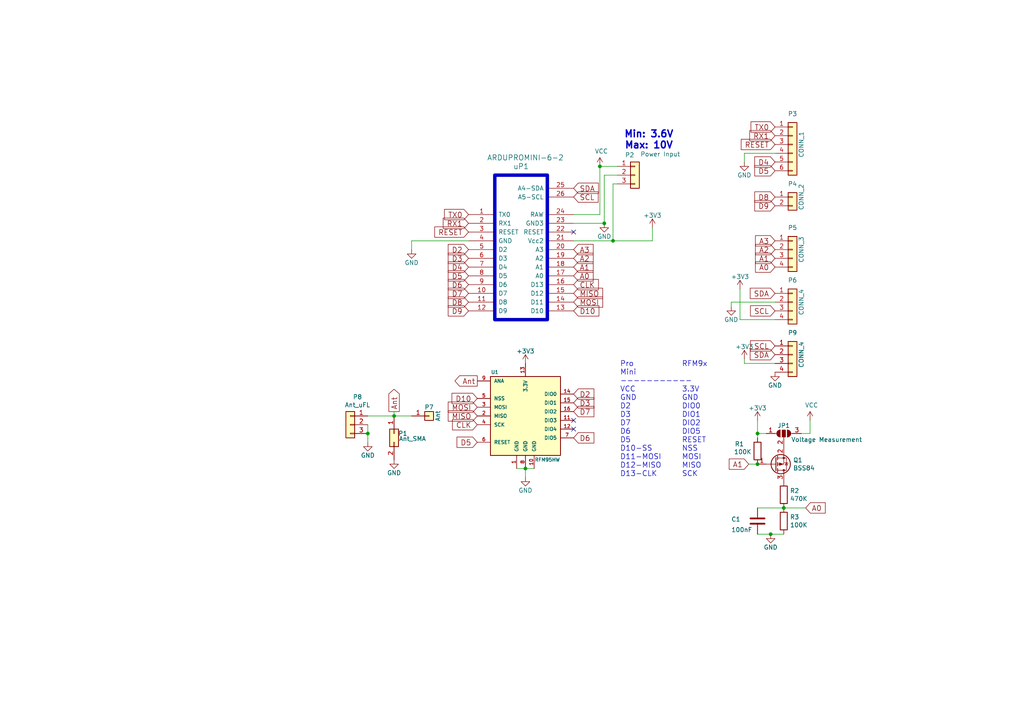
<source format=kicad_sch>
(kicad_sch (version 20231120) (generator "eeschema") (generator_version "8.0")
  (paper "A4")
  (title_block (title "ProMini LoRaWAN Node") (date "2024-03-13") (rev "0.1") (company "MakerSpace Azerbaijan LLC") (comment 1 "@azerimaker") (comment 2 "@makerspace.az"))
  (lib_symbols
    (symbol "Connector_Generic:Conn_01x01" (pin_names (offset 1.016) hide)
      (property "Reference" "J" (at 0 2.54 0))
      (property "Value" "Conn_01x01" (at 0 -2.54 0))
      (symbol "Conn_01x01_1_1"
        (rectangle (start -1.27 0.127) (end 0 -0.127) (stroke (width 0.1524)))
        (rectangle (start -1.27 1.27) (end 1.27 -1.27) (stroke (width 0.254)) (fill (type background)))
        (pin passive line (at -5.08 0 0) (length 3.81) (name "Pin_1") (number "1"))
      )
    )
    (symbol "Connector_Generic:Conn_01x02" (pin_names (offset 1.016) hide)
      (property "Reference" "J" (at 0 2.54 0))
      (property "Value" "Conn_01x02" (at 0 -5.08 0))
      (symbol "Conn_01x02_1_1"
        (rectangle (start -1.27 -2.413) (end 0 -2.667) (stroke (width 0.1524)))
        (rectangle (start -1.27 0.127) (end 0 -0.127) (stroke (width 0.1524)))
        (rectangle (start -1.27 1.27) (end 1.27 -3.81) (stroke (width 0.254)) (fill (type background)))
        (pin passive line (at -5.08 0 0) (length 3.81) (name "Pin_1") (number "1"))
        (pin passive line (at -5.08 -2.54 0) (length 3.81) (name "Pin_2") (number "2"))
      )
    )
    (symbol "Connector_Generic:Conn_01x03" (pin_names (offset 1.016) hide)
      (property "Reference" "J" (at 0 5.08 0))
      (property "Value" "Conn_01x03" (at 0 -5.08 0))
      (symbol "Conn_01x03_1_1"
        (rectangle (start -1.27 -2.413) (end 0 -2.667) (stroke (width 0.1524)))
        (rectangle (start -1.27 0.127) (end 0 -0.127) (stroke (width 0.1524)))
        (rectangle (start -1.27 2.667) (end 0 2.413) (stroke (width 0.1524)))
        (rectangle (start -1.27 3.81) (end 1.27 -3.81) (stroke (width 0.254)) (fill (type background)))
        (pin passive line (at -5.08 2.54 0) (length 3.81) (name "Pin_1") (number "1"))
        (pin passive line (at -5.08 0 0) (length 3.81) (name "Pin_2") (number "2"))
        (pin passive line (at -5.08 -2.54 0) (length 3.81) (name "Pin_3") (number "3"))
      )
    )
    (symbol "Connector_Generic:Conn_01x04" (pin_names (offset 1.016) hide)
      (property "Reference" "J" (at 0 5.08 0))
      (property "Value" "Conn_01x04" (at 0 -7.62 0))
      (symbol "Conn_01x04_1_1"
        (rectangle (start -1.27 -4.953) (end 0 -5.207) (stroke (width 0.1524)))
        (rectangle (start -1.27 -2.413) (end 0 -2.667) (stroke (width 0.1524)))
        (rectangle (start -1.27 0.127) (end 0 -0.127) (stroke (width 0.1524)))
        (rectangle (start -1.27 2.667) (end 0 2.413) (stroke (width 0.1524)))
        (rectangle (start -1.27 3.81) (end 1.27 -6.35) (stroke (width 0.254)) (fill (type background)))
        (pin passive line (at -5.08 2.54 0) (length 3.81) (name "Pin_1") (number "1"))
        (pin passive line (at -5.08 0 0) (length 3.81) (name "Pin_2") (number "2"))
        (pin passive line (at -5.08 -2.54 0) (length 3.81) (name "Pin_3") (number "3"))
        (pin passive line (at -5.08 -5.08 0) (length 3.81) (name "Pin_4") (number "4"))
      )
    )
    (symbol "Connector_Generic:Conn_01x06" (pin_names (offset 1.016) hide)
      (property "Reference" "J" (at 0 7.62 0))
      (property "Value" "Conn_01x06" (at 0 -10.16 0))
      (symbol "Conn_01x06_1_1"
        (rectangle (start -1.27 -7.493) (end 0 -7.747) (stroke (width 0.1524)))
        (rectangle (start -1.27 -4.953) (end 0 -5.207) (stroke (width 0.1524)))
        (rectangle (start -1.27 -2.413) (end 0 -2.667) (stroke (width 0.1524)))
        (rectangle (start -1.27 0.127) (end 0 -0.127) (stroke (width 0.1524)))
        (rectangle (start -1.27 2.667) (end 0 2.413) (stroke (width 0.1524)))
        (rectangle (start -1.27 5.207) (end 0 4.953) (stroke (width 0.1524)))
        (rectangle (start -1.27 6.35) (end 1.27 -8.89) (stroke (width 0.254)) (fill (type background)))
        (pin passive line (at -5.08 5.08 0) (length 3.81) (name "Pin_1") (number "1"))
        (pin passive line (at -5.08 2.54 0) (length 3.81) (name "Pin_2") (number "2"))
        (pin passive line (at -5.08 0 0) (length 3.81) (name "Pin_3") (number "3"))
        (pin passive line (at -5.08 -2.54 0) (length 3.81) (name "Pin_4") (number "4"))
        (pin passive line (at -5.08 -5.08 0) (length 3.81) (name "Pin_5") (number "5"))
        (pin passive line (at -5.08 -7.62 0) (length 3.81) (name "Pin_6") (number "6"))
      )
    )
    (symbol "Connector_Generic:Conn_02x01" (pin_names (offset 1.016) hide)
      (property "Reference" "J" (at 1.27 2.54 0))
      (property "Value" "Conn_02x01" (at 1.27 -2.54 0))
      (symbol "Conn_02x01_1_1"
        (rectangle (start -1.27 0.127) (end 0 -0.127) (stroke (width 0.1524)))
        (rectangle (start -1.27 1.27) (end 3.81 -1.27) (stroke (width 0.254)) (fill (type background)))
        (rectangle (start 3.81 0.127) (end 2.54 -0.127) (stroke (width 0.1524)))
        (pin passive line (at -5.08 0 0) (length 3.81) (name "Pin_1") (number "1"))
        (pin passive line (at 7.62 0 180) (length 3.81) (name "Pin_2") (number "2"))
      )
    )
    (symbol "Device:C" (pin_numbers hide) (pin_names (offset 0.254))
      (property "Reference" "C" (at 0.635 2.54 0))
      (property "Value" "C" (at 0.635 -2.54 0))
      (symbol "C_0_1"
        (polyline (pts (xy -2.032 -0.762) (xy 2.032 -0.762)) (stroke (width 0.508)))
        (polyline (pts (xy -2.032 0.762) (xy 2.032 0.762)) (stroke (width 0.508)))
      )
      (symbol "C_1_1"
        (pin passive line (at 0 3.81 270) (length 2.794) (name "~") (number "1"))
        (pin passive line (at 0 -3.81 90) (length 2.794) (name "~") (number "2"))
      )
    )
    (symbol "Device:R" (pin_numbers hide) (pin_names (offset 0))
      (property "Reference" "R" (at 2.032 0 90))
      (property "Value" "R" (at 0 0 90))
      (symbol "R_0_1"
        (rectangle (start -1.016 -2.54) (end 1.016 2.54) (stroke (width 0.254)))
      )
      (symbol "R_1_1"
        (pin passive line (at 0 3.81 270) (length 1.27) (name "~") (number "1"))
        (pin passive line (at 0 -3.81 90) (length 1.27) (name "~") (number "2"))
      )
    )
    (symbol "ProMini-Node-v1.0-50x50-rescue:+3.3V-power" (power) (pin_names (offset 0))
      (property "Value" "+3.3V-power" (at 0 3.556 0))
      (symbol "+3.3V-power_0_1"
        (polyline (pts (xy -0.762 1.27) (xy 0 2.54)))
        (polyline (pts (xy 0 0) (xy 0 2.54)))
        (polyline (pts (xy 0 2.54) (xy 0.762 1.27)))
      )
      (symbol "+3.3V-power_1_1"
        (pin power_in line (at 0 0 90) (length 0) hide (name "+3V3") (number "1"))
      )
    )
    (symbol "ProMini-Node-v1.0-50x50-rescue:ARDUPROMINI-6-2-RESCUE-learn1-ProMini-LoRa-WAN-node-rescue" (pin_names (offset 1.016))
      (property "Reference" "uP" (at -19.05 -17.78 0))
      (property "Value" "ProMini-LoRa-WAN-node-rescue_ARDUPROMINI-6-2-RESCUE-learn1" (at -16.51 -15.24 0))
      (symbol "ARDUPROMINI-6-2-RESCUE-learn1-ProMini-LoRa-WAN-node-rescue_1_1"
        (pin bidirectional line (at -30.48 -27.94 0) (length 7.62) (name "TX0") (number "1"))
        (pin bidirectional line (at -30.48 -50.8 0) (length 7.62) (name "D7") (number "10"))
        (pin bidirectional line (at -30.48 -53.34 0) (length 7.62) (name "D8") (number "11"))
        (pin bidirectional line (at -30.48 -55.88 0) (length 7.62) (name "D9") (number "12"))
        (pin bidirectional line (at 0 -55.88 180) (length 7.62) (name "D10") (number "13"))
        (pin bidirectional line (at 0 -53.34 180) (length 7.62) (name "D11") (number "14"))
        (pin input line (at 0 -50.8 180) (length 7.62) (name "D12") (number "15"))
        (pin bidirectional line (at 0 -48.26 180) (length 7.62) (name "D13") (number "16"))
        (pin bidirectional line (at 0 -45.72 180) (length 7.62) (name "A0") (number "17"))
        (pin bidirectional line (at 0 -43.18 180) (length 7.62) (name "A1") (number "18"))
        (pin bidirectional line (at 0 -40.64 180) (length 7.62) (name "A2") (number "19"))
        (pin bidirectional line (at -30.48 -30.48 0) (length 7.62) (name "RX1") (number "2"))
        (pin bidirectional line (at 0 -38.1 180) (length 7.62) (name "A3") (number "20"))
        (pin unspecified line (at 0 -35.56 180) (length 7.62) (name "Vcc2") (number "21"))
        (pin input line (at 0 -33.02 180) (length 7.62) (name "RESET") (number "22"))
        (pin unspecified line (at 0 -30.48 180) (length 7.62) (name "GND3") (number "23"))
        (pin unspecified line (at 0 -27.94 180) (length 7.62) (name "RAW") (number "24"))
        (pin unspecified line (at 0 -20.32 180) (length 7.62) (name "A4-SDA") (number "25"))
        (pin unspecified line (at 0 -22.86 180) (length 7.62) (name "A5-SCL") (number "26"))
        (pin input line (at -30.48 -33.02 0) (length 7.62) (name "RESET") (number "3"))
        (pin unspecified line (at -30.48 -35.56 0) (length 7.62) (name "GND") (number "4"))
        (pin bidirectional line (at -30.48 -38.1 0) (length 7.62) (name "D2") (number "5"))
        (pin bidirectional line (at -30.48 -40.64 0) (length 7.62) (name "D3") (number "6"))
        (pin bidirectional line (at -30.48 -43.18 0) (length 7.62) (name "D4") (number "7"))
        (pin bidirectional line (at -30.48 -45.72 0) (length 7.62) (name "D5") (number "8"))
        (pin bidirectional line (at -30.48 -48.26 0) (length 7.62) (name "D6") (number "9"))
      )
    )
    (symbol "ProMini-Node-v1.0-50x50-rescue:RFM95HW-mySensors_radios" (pin_names (offset 1.016))
      (property "Reference" "U" (at -8.89 6.35 0))
      (property "Value" "mySensors_radios_RFM95HW" (at 6.35 -19.05 0))
      (symbol "RFM95HW-mySensors_radios_0_1"
        (rectangle (start -10.16 5.08) (end 10.16 -17.78) (stroke (width 0.254)) (fill (type background)))
      )
      (symbol "RFM95HW-mySensors_radios_1_1"
        (pin power_in line (at -2.54 -21.59 90) (length 3.81) (name "GND") (number "1"))
        (pin power_in line (at 2.54 -21.59 90) (length 3.81) (name "GND") (number "10"))
        (pin bidirectional line (at 13.97 -7.62 180) (length 3.81) (name "DIO3") (number "11"))
        (pin bidirectional line (at 13.97 -10.16 180) (length 3.81) (name "DIO4") (number "12"))
        (pin power_in line (at 0 8.89 270) (length 3.81) (name "3.3V") (number "13"))
        (pin bidirectional line (at 13.97 0 180) (length 3.81) (name "DIO0") (number "14"))
        (pin bidirectional line (at 13.97 -2.54 180) (length 3.81) (name "DIO1") (number "15"))
        (pin bidirectional line (at 13.97 -5.08 180) (length 3.81) (name "DIO2") (number "16"))
        (pin tri_state line (at -13.97 -6.35 0) (length 3.81) (name "MISO") (number "2"))
        (pin input line (at -13.97 -3.81 0) (length 3.81) (name "MOSI") (number "3"))
        (pin input line (at -13.97 -8.89 0) (length 3.81) (name "SCK") (number "4"))
        (pin input line (at -13.97 -1.27 0) (length 3.81) (name "NSS") (number "5"))
        (pin bidirectional line (at -13.97 -13.97 0) (length 3.81) (name "RESET") (number "6"))
        (pin bidirectional line (at 13.97 -12.7 180) (length 3.81) (name "DIO5") (number "7"))
        (pin power_in line (at 0 -21.59 90) (length 3.81) (name "GND") (number "8"))
        (pin passive line (at -13.97 3.81 0) (length 3.81) (name "ANA") (number "9"))
      )
    )
    (symbol "ProMini-Node-v1.0-50x50-rescue:SolderJumper_3_Open-Jumper" (pin_names (offset 0) hide)
      (property "Reference" "JP" (at -2.54 -2.54 0))
      (property "Value" "Jumper_SolderJumper_3_Open" (at 0 2.794 0))
      (symbol "SolderJumper_3_Open-Jumper_0_1"
        (arc (start -1.016 1.016) (mid -2.0276 0) (end -1.016 -1.016))
        (arc (start -1.016 1.016) (mid -2.0276 0) (end -1.016 -1.016) (fill (type outline)))
        (rectangle (start -0.508 1.016) (end 0.508 -1.016) (fill (type outline)))
        (polyline (pts (xy -2.54 0) (xy -2.032 0)))
        (polyline (pts (xy -1.016 1.016) (xy -1.016 -1.016)))
        (polyline (pts (xy 0 -1.27) (xy 0 -1.016)))
        (polyline (pts (xy 1.016 1.016) (xy 1.016 -1.016)))
        (polyline (pts (xy 2.54 0) (xy 2.032 0)))
        (arc (start 1.016 -1.016) (mid 2.0276 0) (end 1.016 1.016))
        (arc (start 1.016 -1.016) (mid 2.0276 0) (end 1.016 1.016) (fill (type outline)))
      )
      (symbol "SolderJumper_3_Open-Jumper_1_1"
        (pin passive line (at -5.08 0 0) (length 2.54) (name "A") (number "1"))
        (pin input line (at 0 -3.81 90) (length 2.54) (name "C") (number "2"))
        (pin passive line (at 5.08 0 180) (length 2.54) (name "B") (number "3"))
      )
    )
    (symbol "Transistor_FET:BSS84" (pin_names hide)
      (property "Reference" "Q" (at 5.08 1.905 0))
      (property "Value" "BSS84" (at 5.08 0 0))
      (symbol "BSS84_0_1"
        (polyline (pts (xy 0.254 0) (xy -2.54 0)))
        (polyline (pts (xy 0.254 1.905) (xy 0.254 -1.905)) (stroke (width 0.254)))
        (polyline (pts (xy 0.762 -1.27) (xy 0.762 -2.286)) (stroke (width 0.254)))
        (polyline (pts (xy 0.762 0.508) (xy 0.762 -0.508)) (stroke (width 0.254)))
        (polyline (pts (xy 0.762 2.286) (xy 0.762 1.27)) (stroke (width 0.254)))
        (polyline (pts (xy 2.54 2.54) (xy 2.54 1.778)))
        (polyline (pts (xy 2.54 -2.54) (xy 2.54 0) (xy 0.762 0)))
        (polyline (pts (xy 0.762 1.778) (xy 3.302 1.778) (xy 3.302 -1.778) (xy 0.762 -1.778)))
        (polyline (pts (xy 2.286 0) (xy 1.27 0.381) (xy 1.27 -0.381) (xy 2.286 0)) (fill (type outline)))
        (polyline (pts (xy 2.794 -0.508) (xy 2.921 -0.381) (xy 3.683 -0.381) (xy 3.81 -0.254)))
        (polyline (pts (xy 3.302 -0.381) (xy 2.921 0.254) (xy 3.683 0.254) (xy 3.302 -0.381)))
        (circle (center 1.651 0) (radius 2.794) (stroke (width 0.254)))
        (circle (center 2.54 -1.778) (radius 0.254) (fill (type outline)))
        (circle (center 2.54 1.778) (radius 0.254) (fill (type outline)))
      )
      (symbol "BSS84_1_1"
        (pin input line (at -5.08 0 0) (length 2.54) (name "G") (number "1"))
        (pin passive line (at 2.54 -5.08 90) (length 2.54) (name "S") (number "2"))
        (pin passive line (at 2.54 5.08 270) (length 2.54) (name "D") (number "3"))
      )
    )
    (symbol "power:GND" (power) (pin_names (offset 0))
      (property "Value" "GND" (at 0 -3.81 0))
      (symbol "GND_0_1"
        (polyline (pts (xy 0 0) (xy 0 -1.27) (xy 1.27 -1.27) (xy 0 -2.54) (xy -1.27 -1.27) (xy 0 -1.27)))
      )
      (symbol "GND_1_1"
        (pin power_in line (at 0 0 270) (length 0) hide (name "GND") (number "1"))
      )
    )
    (symbol "power:VCC" (power) (pin_names (offset 0))
      (property "Value" "VCC" (at 0 3.81 0))
      (symbol "VCC_0_1"
        (polyline (pts (xy -0.762 1.27) (xy 0 2.54)))
        (polyline (pts (xy 0 0) (xy 0 2.54)))
        (polyline (pts (xy 0 2.54) (xy 0.762 1.27)))
      )
      (symbol "VCC_1_1"
        (pin power_in line (at 0 0 90) (length 0) hide (name "VCC") (number "1"))
      )
    )
  )
  (junction (at 219.71 125.73))
  (junction (at 106.68 125.73))
  (junction (at 223.52 154.94))
  (junction (at 114.3 120.65))
  (junction (at 219.71 134.62))
  (junction (at 173.99 48.26))
  (junction (at 177.8 69.85))
  (junction (at 152.4 135.89))
  (junction (at 227.33 147.32))
  (junction (at 175.26 64.77))
  (no_connect (at 166.37 124.46))
  (no_connect (at 166.37 67.31))
  (no_connect (at 166.37 121.92))
  (wire (pts (xy 214.63 83.82) (xy 214.63 92.71)))
  (wire (pts (xy 219.71 127) (xy 219.71 125.73)))
  (wire (pts (xy 212.09 87.63) (xy 224.79 87.63)))
  (wire (pts (xy 219.71 147.32) (xy 227.33 147.32)))
  (wire (pts (xy 219.71 125.73) (xy 219.71 121.92)))
  (wire (pts (xy 173.99 62.23) (xy 166.37 62.23)))
  (wire (pts (xy 227.33 147.32) (xy 233.68 147.32)))
  (wire (pts (xy 119.38 69.85) (xy 135.89 69.85)))
  (wire (pts (xy 179.07 53.34) (xy 177.8 53.34)))
  (wire (pts (xy 224.79 44.45) (xy 215.9 44.45)))
  (wire (pts (xy 215.9 104.14) (xy 215.9 105.41)))
  (wire (pts (xy 114.3 120.65) (xy 114.3 119.38)))
  (wire (pts (xy 175.26 64.77) (xy 166.37 64.77)))
  (wire (pts (xy 166.37 69.85) (xy 177.8 69.85)))
  (wire (pts (xy 152.4 135.89) (xy 154.94 135.89)))
  (wire (pts (xy 232.41 125.73) (xy 234.95 125.73)))
  (wire (pts (xy 217.17 134.62) (xy 219.71 134.62)))
  (wire (pts (xy 119.38 120.65) (xy 114.3 120.65)))
  (wire (pts (xy 177.8 53.34) (xy 177.8 69.85)))
  (wire (pts (xy 173.99 48.26) (xy 173.99 62.23)))
  (wire (pts (xy 219.71 154.94) (xy 223.52 154.94)))
  (wire (pts (xy 223.52 154.94) (xy 227.33 154.94)))
  (wire (pts (xy 106.68 120.65) (xy 114.3 120.65)))
  (wire (pts (xy 222.25 125.73) (xy 219.71 125.73)))
  (wire (pts (xy 179.07 50.8) (xy 175.26 50.8)))
  (wire (pts (xy 106.68 128.27) (xy 106.68 125.73)))
  (wire (pts (xy 212.09 87.63) (xy 212.09 88.9)))
  (wire (pts (xy 119.38 69.85) (xy 119.38 72.39)))
  (wire (pts (xy 215.9 44.45) (xy 215.9 46.99)))
  (wire (pts (xy 214.63 92.71) (xy 224.79 92.71)))
  (wire (pts (xy 106.68 125.73) (xy 106.68 123.19)))
  (wire (pts (xy 175.26 50.8) (xy 175.26 64.77)))
  (wire (pts (xy 177.8 69.85) (xy 189.23 69.85)))
  (wire (pts (xy 189.23 66.04) (xy 189.23 69.85)))
  (wire (pts (xy 149.86 135.89) (xy 152.4 135.89)))
  (wire (pts (xy 179.07 48.26) (xy 173.99 48.26)))
  (wire (pts (xy 215.9 105.41) (xy 224.79 105.41)))
  (wire (pts (xy 234.95 121.92) (xy 234.95 125.73)))
  (wire (pts (xy 152.4 135.89) (xy 152.4 138.43)))
  (rectangle (start 143.51 50.8) (end 158.75 92.71) (stroke (width 1)))
  (text "Pro			RFM9x	\nMini\n-----------\nVCC	 		3.3V\nGND	 		GND	 \nD2			DIO0	 \nD3			DIO1\nD7			DIO2	 \nD6			DIO5\nD5			RESET	 	 \nD10-SS		NSS	 \nD11-MOSI	MOSI	 \nD12-MISO	MISO	 \nD13-CLK		SCK" (at 179.832 138.43 0) (effects (font (size 1.524 1.524)) (justify left bottom)))
  (text "Min: 3.6V\nMax: 10V" (at 188.214 40.64 0) (effects (font (size 2 2) (thickness 0.4) (bold yes))))
  (global_label "RX1" (shape input) (at 224.79 39.37 180) (effects (font (size 1.524 1.524))) (property "Intersheetrefs" "${INTERSHEET_REFS}" (effects (hide yes))))
  (global_label "SCL" (shape input) (at 224.79 90.17 180) (effects (font (size 1.524 1.524))) (property "Intersheetrefs" "${INTERSHEET_REFS}" (effects (hide yes))))
  (global_label "A2" (shape input) (at 224.79 72.39 180) (effects (font (size 1.524 1.524))) (property "Intersheetrefs" "${INTERSHEET_REFS}" (effects (hide yes))))
  (global_label "RESET" (shape input) (at 224.79 41.91 180) (effects (font (size 1.524 1.524))) (property "Intersheetrefs" "${INTERSHEET_REFS}" (effects (hide yes))))
  (global_label "D7" (shape input) (at 135.89 85.09 180) (effects (font (size 1.524 1.524))) (property "Intersheetrefs" "${INTERSHEET_REFS}" (effects (hide yes))))
  (global_label "SDA" (shape input) (at 166.37 54.61 0) (effects (font (size 1.524 1.524))) (property "Intersheetrefs" "${INTERSHEET_REFS}" (effects (hide yes))))
  (global_label "D5" (shape input) (at 224.79 49.53 180) (effects (font (size 1.524 1.524))) (property "Intersheetrefs" "${INTERSHEET_REFS}" (effects (hide yes))))
  (global_label "SDA" (shape input) (at 224.79 85.09 180) (effects (font (size 1.524 1.524))) (property "Intersheetrefs" "${INTERSHEET_REFS}" (effects (hide yes))))
  (global_label "MISO" (shape input) (at 138.43 120.65 180) (effects (font (size 1.524 1.524))) (property "Intersheetrefs" "${INTERSHEET_REFS}" (effects (hide yes))))
  (global_label "D2" (shape input) (at 166.37 114.3 0) (effects (font (size 1.524 1.524))) (property "Intersheetrefs" "${INTERSHEET_REFS}" (effects (hide yes))))
  (global_label "D6" (shape input) (at 166.37 127 0) (effects (font (size 1.524 1.524))) (property "Intersheetrefs" "${INTERSHEET_REFS}" (effects (hide yes))))
  (global_label "SCL" (shape input) (at 224.79 100.33 180) (effects (font (size 1.524 1.524))) (property "Intersheetrefs" "${INTERSHEET_REFS}" (effects (hide yes))))
  (global_label "MOSI" (shape input) (at 138.43 118.11 180) (effects (font (size 1.524 1.524))) (property "Intersheetrefs" "${INTERSHEET_REFS}" (effects (hide yes))))
  (global_label "A0" (shape input) (at 166.37 80.01 0) (effects (font (size 1.524 1.524))) (property "Intersheetrefs" "${INTERSHEET_REFS}" (effects (hide yes))))
  (global_label "D2" (shape input) (at 135.89 72.39 180) (effects (font (size 1.524 1.524))) (property "Intersheetrefs" "${INTERSHEET_REFS}" (effects (hide yes))))
  (global_label "Ant" (shape output) (at 138.43 110.49 180) (effects (font (size 1.524 1.524))) (property "Intersheetrefs" "${INTERSHEET_REFS}" (effects (hide yes))))
  (global_label "CLK" (shape input) (at 138.43 123.19 180) (effects (font (size 1.524 1.524))) (property "Intersheetrefs" "${INTERSHEET_REFS}" (effects (hide yes))))
  (global_label "D5" (shape input) (at 138.43 128.27 180) (effects (font (size 1.524 1.524))) (property "Intersheetrefs" "${INTERSHEET_REFS}" (effects (hide yes))))
  (global_label "D8" (shape input) (at 224.79 57.15 180) (effects (font (size 1.524 1.524))) (property "Intersheetrefs" "${INTERSHEET_REFS}" (effects (hide yes))))
  (global_label "D3" (shape input) (at 135.89 74.93 180) (effects (font (size 1.524 1.524))) (property "Intersheetrefs" "${INTERSHEET_REFS}" (effects (hide yes))))
  (global_label "SDA" (shape input) (at 224.79 102.87 180) (effects (font (size 1.524 1.524))) (property "Intersheetrefs" "${INTERSHEET_REFS}" (effects (hide yes))))
  (global_label "D10" (shape input) (at 166.37 90.17 0) (effects (font (size 1.524 1.524))) (property "Intersheetrefs" "${INTERSHEET_REFS}" (effects (hide yes))))
  (global_label "D7" (shape input) (at 166.37 119.38 0) (effects (font (size 1.524 1.524))) (property "Intersheetrefs" "${INTERSHEET_REFS}" (effects (hide yes))))
  (global_label "A1" (shape input) (at 166.37 77.47 0) (effects (font (size 1.524 1.524))) (property "Intersheetrefs" "${INTERSHEET_REFS}" (effects (hide yes))))
  (global_label "D10" (shape input) (at 138.43 115.57 180) (effects (font (size 1.524 1.524))) (property "Intersheetrefs" "${INTERSHEET_REFS}" (effects (hide yes))))
  (global_label "D3" (shape input) (at 166.37 116.84 0) (effects (font (size 1.524 1.524))) (property "Intersheetrefs" "${INTERSHEET_REFS}" (effects (hide yes))))
  (global_label "D8" (shape input) (at 135.89 87.63 180) (effects (font (size 1.524 1.524))) (property "Intersheetrefs" "${INTERSHEET_REFS}" (effects (hide yes))))
  (global_label "TX0" (shape input) (at 224.79 36.83 180) (effects (font (size 1.524 1.524))) (property "Intersheetrefs" "${INTERSHEET_REFS}" (effects (hide yes))))
  (global_label "RESET" (shape input) (at 135.89 67.31 180) (effects (font (size 1.524 1.524))) (property "Intersheetrefs" "${INTERSHEET_REFS}" (effects (hide yes))))
  (global_label "Ant" (shape output) (at 114.3 119.38 90) (effects (font (size 1.524 1.524))) (property "Intersheetrefs" "${INTERSHEET_REFS}" (effects (hide yes))))
  (global_label "SCL" (shape input) (at 166.37 57.15 0) (effects (font (size 1.524 1.524))) (property "Intersheetrefs" "${INTERSHEET_REFS}" (effects (hide yes))))
  (global_label "A3" (shape input) (at 224.79 69.85 180) (effects (font (size 1.524 1.524))) (property "Intersheetrefs" "${INTERSHEET_REFS}" (effects (hide yes))))
  (global_label "D5" (shape input) (at 135.89 80.01 180) (effects (font (size 1.524 1.524))) (property "Intersheetrefs" "${INTERSHEET_REFS}" (effects (hide yes))))
  (global_label "D6" (shape input) (at 135.89 82.55 180) (effects (font (size 1.524 1.524))) (property "Intersheetrefs" "${INTERSHEET_REFS}" (effects (hide yes))))
  (global_label "A0" (shape input) (at 233.68 147.32 0) (effects (font (size 1.524 1.524))) (property "Intersheetrefs" "${INTERSHEET_REFS}" (effects (hide yes))))
  (global_label "TX0" (shape input) (at 135.89 62.23 180) (effects (font (size 1.524 1.524))) (property "Intersheetrefs" "${INTERSHEET_REFS}" (effects (hide yes))))
  (global_label "CLK" (shape input) (at 166.37 82.55 0) (effects (font (size 1.524 1.524))) (property "Intersheetrefs" "${INTERSHEET_REFS}" (effects (hide yes))))
  (global_label "A1" (shape input) (at 224.79 74.93 180) (effects (font (size 1.524 1.524))) (property "Intersheetrefs" "${INTERSHEET_REFS}" (effects (hide yes))))
  (global_label "A1" (shape input) (at 217.17 134.62 180) (effects (font (size 1.524 1.524))) (property "Intersheetrefs" "${INTERSHEET_REFS}" (effects (hide yes))))
  (global_label "A0" (shape input) (at 224.79 77.47 180) (effects (font (size 1.524 1.524))) (property "Intersheetrefs" "${INTERSHEET_REFS}" (effects (hide yes))))
  (global_label "D4" (shape input) (at 135.89 77.47 180) (effects (font (size 1.524 1.524))) (property "Intersheetrefs" "${INTERSHEET_REFS}" (effects (hide yes))))
  (global_label "MISO" (shape input) (at 166.37 85.09 0) (effects (font (size 1.524 1.524))) (property "Intersheetrefs" "${INTERSHEET_REFS}" (effects (hide yes))))
  (global_label "D4" (shape input) (at 224.79 46.99 180) (effects (font (size 1.524 1.524))) (property "Intersheetrefs" "${INTERSHEET_REFS}" (effects (hide yes))))
  (global_label "RX1" (shape input) (at 135.89 64.77 180) (effects (font (size 1.524 1.524))) (property "Intersheetrefs" "${INTERSHEET_REFS}" (effects (hide yes))))
  (global_label "D9" (shape input) (at 135.89 90.17 180) (effects (font (size 1.524 1.524))) (property "Intersheetrefs" "${INTERSHEET_REFS}" (effects (hide yes))))
  (global_label "A2" (shape input) (at 166.37 74.93 0) (effects (font (size 1.524 1.524))) (property "Intersheetrefs" "${INTERSHEET_REFS}" (effects (hide yes))))
  (global_label "MOSI" (shape input) (at 166.37 87.63 0) (effects (font (size 1.524 1.524))) (property "Intersheetrefs" "${INTERSHEET_REFS}" (effects (hide yes))))
  (global_label "D9" (shape input) (at 224.79 59.69 180) (effects (font (size 1.524 1.524))) (property "Intersheetrefs" "${INTERSHEET_REFS}" (effects (hide yes))))
  (global_label "A3" (shape input) (at 166.37 72.39 0) (effects (font (size 1.524 1.524))) (property "Intersheetrefs" "${INTERSHEET_REFS}" (effects (hide yes))))
  (symbol (lib_id "ProMini-Node-v1.0-50x50-rescue:ARDUPROMINI-6-2-RESCUE-learn1-ProMini-LoRa-WAN-node-rescue") (at 166.37 34.29 0) (unit 1)
    (property "Reference" "uP1" (at 151.13 48.26 0) (effects (font (size 1.524 1.524))))
    (property "Value" "ARDUPROMINI-6-2" (at 152.4 45.72 0) (effects (font (size 1.524 1.524))))
    (property "Footprint" "mysensors_arduino:pro_mini-26" (effects (hide yes)))
  )
  (symbol (lib_id "ProMini-Node-v1.0-50x50-rescue:RFM95HW-mySensors_radios") (at 152.4 114.3 0) (unit 1)
    (property "Reference" "U1" (at 143.51 107.95 0) (effects (font (size 1.016 1.016))))
    (property "Value" "RFM95HW" (at 158.75 133.35 0) (effects (font (size 1.016 1.016))))
    (property "Footprint" "mysensors_radios:RFM69HW_SMD_Handsoldering-Narrow" (effects (hide yes)))
  )
  (symbol (lib_id "ProMini-Node-v1.0-50x50-rescue:+3.3V-power") (at 189.23 66.04 0) (unit 1)
    (property "Reference" "#PWR01" (effects (hide yes)))
    (property "Value" "+3V3" (at 189.23 62.484 0))
  )
  (symbol (lib_id "power:GND") (at 119.38 72.39 0) (unit 1)
    (property "Reference" "#PWR02" (effects (hide yes)))
    (property "Value" "GND" (at 119.38 76.2 0))
  )
  (symbol (lib_id "Connector_Generic:Conn_02x01") (at 114.3 125.73 270) (unit 1)
    (property "Reference" "P1" (at 116.84 125.73 90))
    (property "Value" "Ant_SMA" (at 119.634 127.254 90))
    (property "Footprint" "mysensors_connectors:SMA_EDGE" (effects (hide yes)))
  )
  (symbol (lib_id "power:GND") (at 114.3 133.35 0) (unit 1)
    (property "Reference" "#PWR03" (effects (hide yes)))
    (property "Value" "GND" (at 114.3 137.16 0))
  )
  (symbol (lib_id "Connector_Generic:Conn_01x03") (at 184.15 50.8 0) (unit 1)
    (property "Reference" "P2" (at 182.626 44.958 0))
    (property "Value" "Power Input" (at 191.516 44.704 0))
    (property "Footprint" "Connect:PINHEAD1-3" (effects (hide yes)))
  )
  (symbol (lib_id "Connector_Generic:Conn_01x04") (at 229.87 72.39 0) (unit 1)
    (property "Reference" "P5" (at 229.87 66.04 0))
    (property "Value" "CONN_3" (at 232.41 72.39 90))
    (property "Footprint" "Pin_Headers:Pin_Header_Straight_1x04" (effects (hide yes)))
  )
  (symbol (lib_id "Connector_Generic:Conn_01x06") (at 229.87 41.91 0) (unit 1)
    (property "Reference" "P3" (at 229.87 33.02 0))
    (property "Value" "CONN_1" (at 232.41 41.91 90))
    (property "Footprint" "Pin_Headers:Pin_Header_Straight_1x06" (effects (hide yes)))
  )
  (symbol (lib_id "power:GND") (at 215.9 46.99 0) (unit 1)
    (property "Reference" "#PWR04" (effects (hide yes)))
    (property "Value" "GND" (at 215.9 50.8 0))
  )
  (symbol (lib_id "Connector_Generic:Conn_01x02") (at 229.87 57.15 0) (unit 1)
    (property "Reference" "P4" (at 229.87 53.34 0))
    (property "Value" "CONN_2" (at 232.41 57.15 90))
    (property "Footprint" "Pin_Headers:Pin_Header_Straight_1x02" (effects (hide yes)))
  )
  (symbol (lib_id "power:GND") (at 175.26 64.77 0) (unit 1)
    (property "Reference" "#PWR05" (effects (hide yes)))
    (property "Value" "GND" (at 175.26 68.58 0))
  )
  (symbol (lib_id "Connector_Generic:Conn_01x04") (at 229.87 87.63 0) (unit 1)
    (property "Reference" "P6" (at 229.87 81.28 0))
    (property "Value" "CONN_4" (at 232.41 87.63 90))
    (property "Footprint" "Pin_Headers:Pin_Header_Straight_1x04" (effects (hide yes)))
  )
  (symbol (lib_id "power:GND") (at 212.09 88.9 0) (unit 1)
    (property "Reference" "#PWR06" (effects (hide yes)))
    (property "Value" "GND" (at 212.09 92.71 0))
  )
  (symbol (lib_id "ProMini-Node-v1.0-50x50-rescue:+3.3V-power") (at 214.63 83.82 0) (unit 1)
    (property "Reference" "#PWR07" (effects (hide yes)))
    (property "Value" "+3V3" (at 214.63 80.264 0))
  )
  (symbol (lib_id "Connector_Generic:Conn_01x01") (at 124.46 120.65 0) (unit 1)
    (property "Reference" "P7" (at 124.46 118.11 0))
    (property "Value" "Ant" (at 127 120.65 90))
    (property "Footprint" "Connect:PINTST" (effects (hide yes)))
  )
  (symbol (lib_id "Connector_Generic:Conn_01x03") (at 101.6 123.19 0) (mirror y) (unit 1)
    (property "Reference" "P8" (at 103.6828 115.1382 0))
    (property "Value" "Ant_uFL" (at 103.6828 117.4496 0))
    (property "Footprint" "antenna parts:U.FL-COAX" (effects (hide yes)))
  )
  (symbol (lib_id "power:GND") (at 106.68 128.27 0) (unit 1)
    (property "Reference" "#PWR08" (effects (hide yes)))
    (property "Value" "GND" (at 106.68 132.08 0))
  )
  (symbol (lib_id "Connector_Generic:Conn_01x04") (at 229.87 102.87 0) (unit 1)
    (property "Reference" "P9" (at 229.87 96.52 0))
    (property "Value" "CONN_4" (at 232.41 102.87 90))
    (property "Footprint" "Connector:NS-Tech_Grove_1x04_P2mm_Vertical" (effects (hide yes)))
  )
  (symbol (lib_id "power:GND") (at 224.79 107.95 0) (unit 1)
    (property "Reference" "#PWR0101" (effects (hide yes)))
    (property "Value" "GND" (at 224.79 111.76 0))
  )
  (symbol (lib_id "ProMini-Node-v1.0-50x50-rescue:+3.3V-power") (at 215.9 104.14 0) (unit 1)
    (property "Reference" "#PWR0102" (effects (hide yes)))
    (property "Value" "+3V3" (at 215.9 100.584 0))
  )
  (symbol (lib_id "Transistor_FET:BSS84") (at 224.79 134.62 0) (mirror x) (unit 1)
    (property "Reference" "Q1" (at 230.0224 133.4516 0) (effects (justify left)))
    (property "Value" "BSS84" (at 230.0224 135.763 0) (effects (justify left)))
    (property "Footprint" "Package_TO_SOT_SMD:SOT-23" (effects (hide yes)))
    (property "Datasheet" "http://assets.nexperia.com/documents/data-sheet/BSS84.pdf" (effects (hide yes)))
  )
  (symbol (lib_id "ProMini-Node-v1.0-50x50-rescue:SolderJumper_3_Open-Jumper") (at 227.33 125.73 0) (unit 1)
    (property "Reference" "JP1" (at 227.33 123.444 0))
    (property "Value" "Voltage Measurement" (at 239.776 127.508 0))
    (property "Footprint" "Jumper:SolderJumper-3_P1.3mm_Open_RoundedPad1.0x1.5mm_NumberLabels" (effects (hide yes)))
  )
  (symbol (lib_id "Device:R") (at 227.33 143.51 0) (unit 1)
    (property "Reference" "R2" (at 229.108 142.3416 0) (effects (justify left)))
    (property "Value" "470K" (at 229.108 144.653 0) (effects (justify left)))
    (property "Footprint" "Resistor_SMD:R_0805_2012Metric_Pad1.15x1.40mm_HandSolder" (effects (hide yes)))
  )
  (symbol (lib_id "ProMini-Node-v1.0-50x50-rescue:+3.3V-power") (at 152.4 105.41 0) (unit 1)
    (property "Reference" "#PWR0103" (effects (hide yes)))
    (property "Value" "+3V3" (at 152.4 101.854 0))
  )
  (symbol (lib_id "power:GND") (at 152.4 138.43 0) (unit 1)
    (property "Reference" "#PWR0104" (effects (hide yes)))
    (property "Value" "GND" (at 152.4 142.24 0))
  )
  (symbol (lib_id "Device:R") (at 227.33 151.13 0) (unit 1)
    (property "Reference" "R3" (at 229.108 149.9616 0) (effects (justify left)))
    (property "Value" "100K" (at 229.108 152.273 0) (effects (justify left)))
    (property "Footprint" "Resistor_SMD:R_0805_2012Metric_Pad1.15x1.40mm_HandSolder" (effects (hide yes)))
  )
  (symbol (lib_id "Device:C") (at 219.71 151.13 0) (unit 1)
    (property "Reference" "C1" (at 212.09 150.622 0) (effects (justify left)))
    (property "Value" "100nF" (at 212.09 153.67 0) (effects (justify left)))
    (property "Footprint" "Capacitor_SMD:C_0805_2012Metric_Pad1.15x1.40mm_HandSolder" (effects (hide yes)))
  )
  (symbol (lib_id "power:GND") (at 223.52 154.94 0) (unit 1)
    (property "Reference" "#PWR0105" (effects (hide yes)))
    (property "Value" "GND" (at 223.52 158.75 0))
  )
  (symbol (lib_id "Device:R") (at 219.71 130.81 0) (unit 1)
    (property "Reference" "R1" (at 213.106 128.778 0) (effects (justify left)))
    (property "Value" "100K" (at 212.852 131.064 0) (effects (justify left)))
    (property "Footprint" "Resistor_SMD:R_0805_2012Metric_Pad1.15x1.40mm_HandSolder" (effects (hide yes)))
  )
  (symbol (lib_id "ProMini-Node-v1.0-50x50-rescue:+3.3V-power") (at 219.71 121.92 0) (unit 1)
    (property "Reference" "#PWR0106" (effects (hide yes)))
    (property "Value" "+3V3" (at 219.71 118.364 0))
  )
  (symbol (lib_id "power:VCC") (at 173.99 48.26 0) (unit 1)
    (property "Reference" "#PWR0107" (effects (hide yes)))
    (property "Value" "VCC" (at 174.4218 43.8658 0))
  )
  (symbol (lib_id "power:VCC") (at 234.95 121.92 0) (unit 1)
    (property "Reference" "#PWR0108" (effects (hide yes)))
    (property "Value" "VCC" (at 235.3818 117.5258 0))
  )
)
</source>
